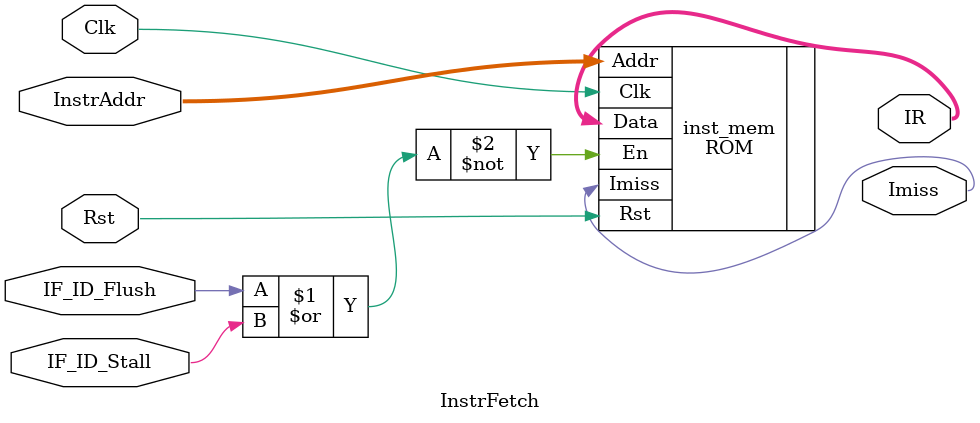
<source format=v>
`timescale 1ns / 1ps


module InstrFetch(
    input Clk,
    input Rst,
    input [31:0] InstrAddr,
    input IF_ID_Flush,
    input IF_ID_Stall,
    output [31:0] IR,
    output Imiss
    );
    
    //wire [31:0] IR_temp;
    
     ROM inst_mem(
      .Clk(Clk),                                                   
      .Rst(Rst),                                                    
      .En(~(IF_ID_Flush | IF_ID_Stall)),                                                  
      .Addr(InstrAddr),                                                    
      .Data(IR),
      .Imiss(Imiss)                                                         
    );
    
      
    
endmodule

</source>
